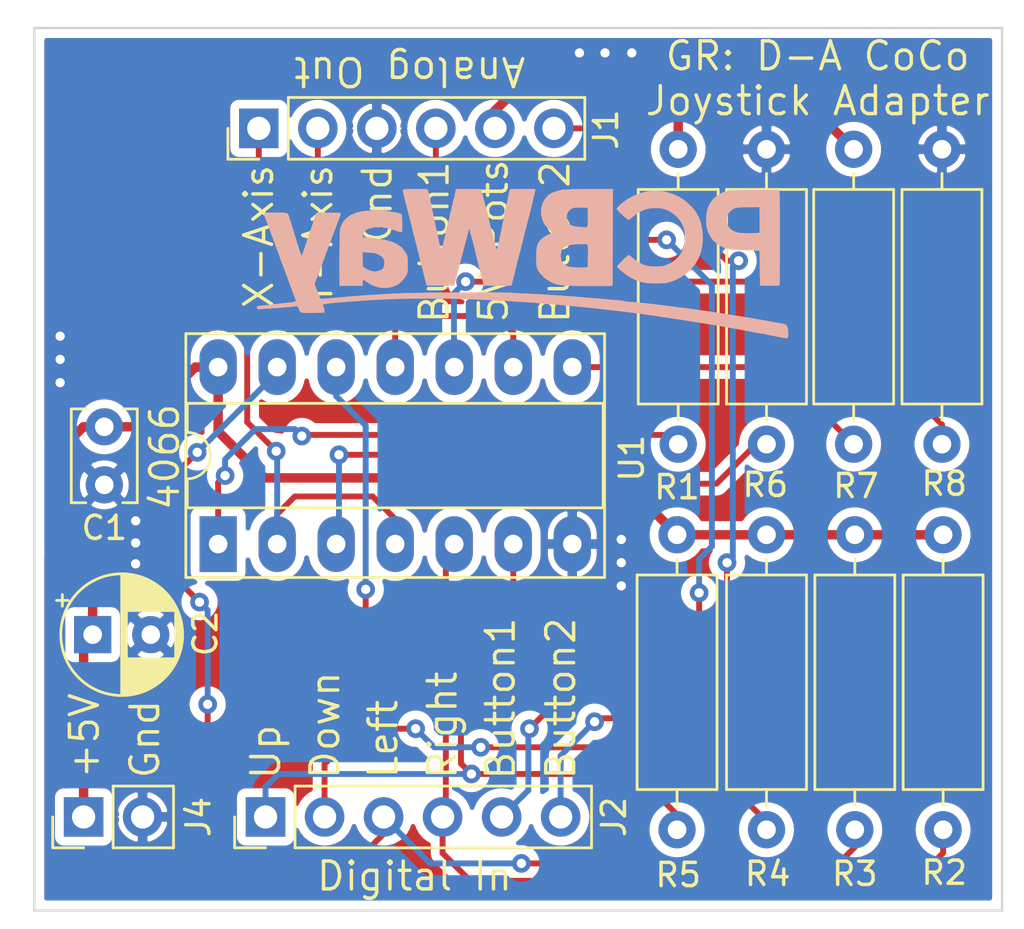
<source format=kicad_pcb>
(kicad_pcb (version 20171130) (host pcbnew "(5.1.2-1)-1")
  (layers (0 F.Cu signal) (31 B.Cu signal) (34 B.Paste user) (35 F.Paste user) (36 B.SilkS user) (37 F.SilkS user) (38 B.Mask user hide) (39 F.Mask user hide) (44 Edge.Cuts user))
  (net 0 "")
  (net 1 GNDREF)
  (net 2 +5V)
  (net 3 "Net-(R6-Pad1)")
  (net 4 "Net-(R8-Pad1)")
  (net 5 /X-Axis)
  (net 6 /Y-Axis)
  (net 7 /Button1)
  (net 8 +5VA)
  (net 9 /Button2)
  (net 10 /Right)
  (net 11 /Left)
  (net 12 /Down)
  (net 13 /Up)
  (net 14 "Net-(R1-Pad2)")
  (net 15 "Net-(R7-Pad2)")
  (module "_Custom_Footprints:pcb way logo" (layer B.Cu) (at 127.361 100.821 180)
    (fp_text reference G*** hide)
    (fp_text value LOGO hide)
  )
  (module Capacitor_THT:C_Disc_D3.8mm_W2.6mm_P2.50mm (layer F.Cu) (at 109.361 109.671 90)
    (fp_text reference C1 (at -1.85 0) (layer F.SilkS))
    (fp_text value 100nF)
    (pad 1 thru_hole circle (at 0 0 90) (size 1.6 1.6) (drill 0.8) (layers *.Cu *.Mask) (net 1 GNDREF))
    (pad 2 thru_hole circle (at 2.5 0 90) (size 1.6 1.6) (drill 0.8) (layers *.Cu *.Mask) (net 2 +5V))
  )
  (module Capacitor_THT:CP_Radial_D5.0mm_P2.50mm (layer F.Cu) (at 108.861 116.121)
    (fp_text reference C2 (at 4.85 -0.05 270) (layer F.SilkS))
    (fp_text value "10uF 16v")
    (pad 1 thru_hole rect (at 0 0) (size 1.6 1.6) (drill 0.8) (layers *.Cu *.Mask) (net 2 +5V))
    (pad 2 thru_hole circle (at 2.5 0) (size 1.6 1.6) (drill 0.8) (layers *.Cu *.Mask) (net 1 GNDREF))
  )
  (module Connector_PinHeader_2.54mm:PinHeader_1x02_P2.54mm_Vertical (layer F.Cu) (at 108.471 123.971 90)
    (fp_text reference J4 (at 0 4.94 270) (layer F.SilkS))
    (fp_text value Conn_01x02)
    (pad 1 thru_hole rect (at 0 0 90) (size 1.7 1.7) (drill 1) (layers *.Cu *.Mask) (net 2 +5V))
    (pad 2 thru_hole oval (at 0 2.54 90) (size 1.7 1.7) (drill 1) (layers *.Cu *.Mask) (net 1 GNDREF))
  )
  (module Connector_PinHeader_2.54mm:PinHeader_1x06_P2.54mm_Vertical (layer F.Cu) (at 116.011 94.321 90)
    (fp_text reference J1 (at -0.05 14.94 90) (layer F.SilkS))
    (fp_text value Conn_01x06)
    (pad 1 thru_hole rect (at 0 0 90) (size 1.7 1.7) (drill 1) (layers *.Cu *.Mask) (net 5 /X-Axis))
    (pad 2 thru_hole oval (at 0 2.54 90) (size 1.7 1.7) (drill 1) (layers *.Cu *.Mask) (net 6 /Y-Axis))
    (pad 3 thru_hole oval (at 0 5.08 90) (size 1.7 1.7) (drill 1) (layers *.Cu *.Mask) (net 1 GNDREF))
    (pad 4 thru_hole oval (at 0 7.62 90) (size 1.7 1.7) (drill 1) (layers *.Cu *.Mask) (net 7 /Button1))
    (pad 5 thru_hole oval (at 0 10.16 90) (size 1.7 1.7) (drill 1) (layers *.Cu *.Mask) (net 8 +5VA))
    (pad 6 thru_hole oval (at 0 12.7 90) (size 1.7 1.7) (drill 1) (layers *.Cu *.Mask) (net 9 /Button2))
  )
  (module Connector_PinHeader_2.54mm:PinHeader_1x06_P2.54mm_Vertical (layer F.Cu) (at 116.301 123.971 90)
    (fp_text reference J2 (at 0 14.99 90) (layer F.SilkS))
    (fp_text value Conn_01x06)
    (pad 6 thru_hole oval (at 0 12.7 90) (size 1.7 1.7) (drill 1) (layers *.Cu *.Mask) (net 9 /Button2))
    (pad 5 thru_hole oval (at 0 10.16 90) (size 1.7 1.7) (drill 1) (layers *.Cu *.Mask) (net 7 /Button1))
    (pad 4 thru_hole oval (at 0 7.62 90) (size 1.7 1.7) (drill 1) (layers *.Cu *.Mask) (net 10 /Right))
    (pad 3 thru_hole oval (at 0 5.08 90) (size 1.7 1.7) (drill 1) (layers *.Cu *.Mask) (net 11 /Left))
    (pad 2 thru_hole oval (at 0 2.54 90) (size 1.7 1.7) (drill 1) (layers *.Cu *.Mask) (net 12 /Down))
    (pad 1 thru_hole rect (at 0 0 90) (size 1.7 1.7) (drill 1) (layers *.Cu *.Mask) (net 13 /Up))
  )
  (module Resistor_THT:R_Axial_DIN0309_L9.0mm_D3.2mm_P12.70mm_Horizontal (layer F.Cu) (at 134.061 95.221 270)
    (fp_text reference R1 (at 14.55 0.05 180) (layer F.SilkS))
    (fp_text value 47K)
    (pad 1 thru_hole circle (at 0 0 270) (size 1.6 1.6) (drill 0.8) (layers *.Cu *.Mask) (net 8 +5VA))
    (pad 2 thru_hole oval (at 12.7 0 270) (size 1.6 1.6) (drill 0.8) (layers *.Cu *.Mask) (net 14 "Net-(R1-Pad2)"))
  )
  (module Resistor_THT:R_Axial_DIN0309_L9.0mm_D3.2mm_P12.70mm_Horizontal (layer F.Cu) (at 145.461 111.821 270)
    (fp_text reference R2 (at 14.55 -0.05 180) (layer F.SilkS))
    (fp_text value 47K)
    (pad 1 thru_hole circle (at 0 0 270) (size 1.6 1.6) (drill 0.8) (layers *.Cu *.Mask) (net 2 +5V))
    (pad 2 thru_hole oval (at 12.7 0 270) (size 1.6 1.6) (drill 0.8) (layers *.Cu *.Mask) (net 10 /Right))
  )
  (module Resistor_THT:R_Axial_DIN0309_L9.0mm_D3.2mm_P12.70mm_Horizontal (layer F.Cu) (at 141.661 111.821 270)
    (fp_text reference R3 (at 14.6 0 180) (layer F.SilkS))
    (fp_text value 47K)
    (pad 2 thru_hole oval (at 12.7 0 270) (size 1.6 1.6) (drill 0.8) (layers *.Cu *.Mask) (net 11 /Left))
    (pad 1 thru_hole circle (at 0 0 270) (size 1.6 1.6) (drill 0.8) (layers *.Cu *.Mask) (net 2 +5V))
  )
  (module Resistor_THT:R_Axial_DIN0309_L9.0mm_D3.2mm_P12.70mm_Horizontal (layer F.Cu) (at 137.861 111.821 270)
    (fp_text reference R4 (at 14.6 -0.05 180) (layer F.SilkS))
    (fp_text value 47K)
    (pad 1 thru_hole circle (at 0 0 270) (size 1.6 1.6) (drill 0.8) (layers *.Cu *.Mask) (net 2 +5V))
    (pad 2 thru_hole oval (at 12.7 0 270) (size 1.6 1.6) (drill 0.8) (layers *.Cu *.Mask) (net 12 /Down))
  )
  (module Resistor_THT:R_Axial_DIN0309_L9.0mm_D3.2mm_P12.70mm_Horizontal (layer F.Cu) (at 134.011 111.821 270)
    (fp_text reference R5 (at 14.65 -0.05 180) (layer F.SilkS))
    (fp_text value 47K)
    (pad 2 thru_hole oval (at 12.7 0 270) (size 1.6 1.6) (drill 0.8) (layers *.Cu *.Mask) (net 13 /Up))
    (pad 1 thru_hole circle (at 0 0 270) (size 1.6 1.6) (drill 0.8) (layers *.Cu *.Mask) (net 2 +5V))
  )
  (module Resistor_THT:R_Axial_DIN0309_L9.0mm_D3.2mm_P12.70mm_Horizontal (layer F.Cu) (at 137.861 107.921 90)
    (fp_text reference R6 (at -1.75 -0.05 180) (layer F.SilkS))
    (fp_text value 47K)
    (pad 2 thru_hole oval (at 12.7 0 90) (size 1.6 1.6) (drill 0.8) (layers *.Cu *.Mask) (net 1 GNDREF))
    (pad 1 thru_hole circle (at 0 0 90) (size 1.6 1.6) (drill 0.8) (layers *.Cu *.Mask) (net 3 "Net-(R6-Pad1)"))
  )
  (module Resistor_THT:R_Axial_DIN0309_L9.0mm_D3.2mm_P12.70mm_Horizontal (layer F.Cu) (at 141.611 95.221 270)
    (fp_text reference R7 (at 14.5 -0.1 180) (layer F.SilkS))
    (fp_text value 47K)
    (pad 2 thru_hole oval (at 12.7 0 270) (size 1.6 1.6) (drill 0.8) (layers *.Cu *.Mask) (net 15 "Net-(R7-Pad2)"))
    (pad 1 thru_hole circle (at 0 0 270) (size 1.6 1.6) (drill 0.8) (layers *.Cu *.Mask) (net 8 +5VA))
  )
  (module Resistor_THT:R_Axial_DIN0309_L9.0mm_D3.2mm_P12.70mm_Horizontal (layer F.Cu) (at 145.411 107.921 90)
    (fp_text reference R8 (at -1.7 0.1 180) (layer F.SilkS))
    (fp_text value 47K)
    (pad 1 thru_hole circle (at 0 0 90) (size 1.6 1.6) (drill 0.8) (layers *.Cu *.Mask) (net 4 "Net-(R8-Pad1)"))
    (pad 2 thru_hole oval (at 12.7 0 90) (size 1.6 1.6) (drill 0.8) (layers *.Cu *.Mask) (net 1 GNDREF))
  )
  (module Package_DIP:DIP-14_W7.62mm_Socket_LongPads (layer F.Cu) (at 114.261 112.221 90)
    (fp_text reference U1 (at 3.7 17.8 90) (layer F.SilkS))
    (fp_text value CD4066BE)
    (pad 1 thru_hole rect (at 0 0 90) (size 2.4 1.6) (drill 0.8) (layers *.Cu *.Mask) (net 14 "Net-(R1-Pad2)"))
    (pad 8 thru_hole oval (at 7.62 15.24 90) (size 2.4 1.6) (drill 0.8) (layers *.Cu *.Mask) (net 15 "Net-(R7-Pad2)"))
    (pad 2 thru_hole oval (at 0 2.54 90) (size 2.4 1.6) (drill 0.8) (layers *.Cu *.Mask) (net 5 /X-Axis))
    (pad 9 thru_hole oval (at 7.62 12.7 90) (size 2.4 1.6) (drill 0.8) (layers *.Cu *.Mask) (net 6 /Y-Axis))
    (pad 3 thru_hole oval (at 0 5.08 90) (size 2.4 1.6) (drill 0.8) (layers *.Cu *.Mask) (net 3 "Net-(R6-Pad1)"))
    (pad 10 thru_hole oval (at 7.62 10.16 90) (size 2.4 1.6) (drill 0.8) (layers *.Cu *.Mask) (net 4 "Net-(R8-Pad1)"))
    (pad 4 thru_hole oval (at 0 7.62 90) (size 2.4 1.6) (drill 0.8) (layers *.Cu *.Mask) (net 5 /X-Axis))
    (pad 11 thru_hole oval (at 7.62 7.62 90) (size 2.4 1.6) (drill 0.8) (layers *.Cu *.Mask) (net 6 /Y-Axis))
    (pad 5 thru_hole oval (at 0 10.16 90) (size 2.4 1.6) (drill 0.8) (layers *.Cu *.Mask) (net 10 /Right))
    (pad 12 thru_hole oval (at 7.62 5.08 90) (size 2.4 1.6) (drill 0.8) (layers *.Cu *.Mask) (net 12 /Down))
    (pad 6 thru_hole oval (at 0 12.7 90) (size 2.4 1.6) (drill 0.8) (layers *.Cu *.Mask) (net 13 /Up))
    (pad 13 thru_hole oval (at 7.62 2.54 90) (size 2.4 1.6) (drill 0.8) (layers *.Cu *.Mask) (net 11 /Left))
    (pad 7 thru_hole oval (at 0 15.24 90) (size 2.4 1.6) (drill 0.8) (layers *.Cu *.Mask) (net 1 GNDREF))
    (pad 14 thru_hole oval (at 7.62 0 90) (size 2.4 1.6) (drill 0.8) (layers *.Cu *.Mask) (net 2 +5V))
  )
  (gr_text "GR: D-A CoCo\nJoystick Adapter" (at 140.061 92.171) (layer F.SilkS) (effects (font (size 1.2 1.2))))
  (gr_text "5V Pots" (at 126.111 99.171 90) (layer F.SilkS) (effects (font (size 1.2 1.2))))
  (gr_text Button2 (at 128.761 99.221 90) (layer F.SilkS) (effects (font (size 1.2 1.2))))
  (gr_text Button1 (at 123.561 99.221 90) (layer F.SilkS) (effects (font (size 1.2 1.2))))
  (gr_text Gnd (at 121.111 97.571 90) (layer F.SilkS) (effects (font (size 1.2 1.2))))
  (gr_text Y-Axis (at 118.561 98.921 90) (layer F.SilkS) (effects (font (size 1.2 1.2))))
  (gr_text "Analog Out" (at 122.511 91.871 180) (layer F.SilkS) (effects (font (size 1.2 1.2))))
  (gr_text X-Axis (at 116.011 98.971 90) (layer F.SilkS) (effects (font (size 1.2 1.2))))
  (gr_text "Digital In" (at 122.711 126.521) (layer F.SilkS) (effects (font (size 1.2 1.2))))
  (gr_text "Button2\n" (at 129.011 118.871 90) (layer F.SilkS) (effects (font (size 1.2 1.2))))
  (gr_text "Button1\n" (at 126.411 118.871 90) (layer F.SilkS) (effects (font (size 1.2 1.2))))
  (gr_text 4066 (at 111.961 108.471 90) (layer F.SilkS) (effects (font (size 1.2 1.2))))
  (gr_text Gnd (at 111.111 120.621 90) (layer F.SilkS) (effects (font (size 1.2 1.2))))
  (gr_text +5V (at 108.511 120.471 90) (layer F.SilkS) (effects (font (size 1.2 1.2))))
  (gr_text Up (at 116.311 121.171 90) (layer F.SilkS) (effects (font (size 1.2 1.2))))
  (gr_text Down (at 118.861 120.021 90) (layer F.SilkS) (effects (font (size 1.2 1.2))))
  (gr_text Left (at 121.361 120.621 90) (layer F.SilkS) (effects (font (size 1.2 1.2))))
  (gr_text Right (at 123.911 120.021 90) (layer F.SilkS) (effects (font (size 1.2 1.2))))
  (gr_line (start 106.35 128) (end 148 128) (layer Edge.Cuts) (width 0.1))
  (gr_line (start 106.35 90) (end 106.35 128) (layer Edge.Cuts) (width 0.1))
  (gr_line (start 148 90) (end 106.35 90) (layer Edge.Cuts) (width 0.1))
  (gr_line (start 148 128) (end 148 90) (layer Edge.Cuts) (width 0.1))
  (via (at 129.811 91.071) (size 0.8) (drill 0.4) (layers F.Cu B.Cu) (net 1))
  (via (at 130.911 91.071) (size 0.8) (drill 0.4) (layers F.Cu B.Cu) (net 1))
  (via (at 132.061 91.071) (size 0.8) (drill 0.4) (layers F.Cu B.Cu) (net 1))
  (via (at 131.611 112.021) (size 0.8) (drill 0.4) (layers F.Cu B.Cu) (net 1))
  (via (at 131.611 113.021) (size 0.8) (drill 0.4) (layers F.Cu B.Cu) (net 1))
  (via (at 131.611 114.021) (size 0.8) (drill 0.4) (layers F.Cu B.Cu) (net 1))
  (via (at 110.711 111.221) (size 0.8) (drill 0.4) (layers F.Cu B.Cu) (net 1))
  (via (at 110.711 112.171) (size 0.8) (drill 0.4) (layers F.Cu B.Cu) (net 1))
  (via (at 110.711 113.071) (size 0.8) (drill 0.4) (layers F.Cu B.Cu) (net 1))
  (via (at 107.461 105.271) (size 0.8) (drill 0.4) (layers F.Cu B.Cu) (net 1))
  (via (at 107.461 104.271) (size 0.8) (drill 0.4) (layers F.Cu B.Cu) (net 1))
  (via (at 107.461 103.271) (size 0.8) (drill 0.4) (layers F.Cu B.Cu) (net 1))
  (segment (start 108.471 116.511) (end 108.861 116.121) (width 0.4064) (layer F.Cu) (net 2))
  (segment (start 108.471 123.971) (end 108.471 116.511) (width 0.4064) (layer F.Cu) (net 2))
  (segment (start 108.861 116.121) (end 108.861 113.821) (width 0.4064) (layer F.Cu) (net 2))
  (segment (start 108.861 113.821) (end 107.311 112.271) (width 0.4064) (layer F.Cu) (net 2))
  (segment (start 107.311 112.271) (end 107.311 108.321) (width 0.4064) (layer F.Cu) (net 2))
  (segment (start 108.461 107.171) (end 109.361 107.171) (width 0.4064) (layer F.Cu) (net 2))
  (segment (start 107.311 108.321) (end 108.461 107.171) (width 0.4064) (layer F.Cu) (net 2))
  (segment (start 145.461 111.821) (end 141.661 111.821) (width 0.4064) (layer F.Cu) (net 2))
  (segment (start 141.661 111.821) (end 137.861 111.821) (width 0.4064) (layer F.Cu) (net 2))
  (segment (start 137.861 111.821) (end 134.011 111.821) (width 0.4064) (layer F.Cu) (net 2))
  (segment (start 114.261 104.601) (end 114.261 107.371) (width 0.4064) (layer F.Cu) (net 2))
  (segment (start 114.261 107.371) (end 116.261 109.371) (width 0.4064) (layer F.Cu) (net 2))
  (segment (start 131.561 109.371) (end 134.011 111.821) (width 0.4064) (layer F.Cu) (net 2))
  (segment (start 116.261 109.371) (end 131.561 109.371) (width 0.4064) (layer F.Cu) (net 2))
  (segment (start 113.281 104.601) (end 114.261 104.601) (width 0.4064) (layer F.Cu) (net 2))
  (segment (start 110.711 107.171) (end 113.281 104.601) (width 0.4064) (layer F.Cu) (net 2))
  (segment (start 109.361 107.171) (end 110.711 107.171) (width 0.4064) (layer F.Cu) (net 2))
  (segment (start 137.861 107.921) (end 137.411 107.921) (width 0.254) (layer F.Cu) (net 3))
  (segment (start 137.411 107.921) (end 135.711 109.621) (width 0.254) (layer F.Cu) (net 3))
  (segment (start 135.711 109.621) (end 133.411 109.621) (width 0.254) (layer F.Cu) (net 3))
  (segment (start 132.16501 108.37501) (end 119.461 108.37501) (width 0.254) (layer F.Cu) (net 3))
  (via (at 119.461 108.37501) (size 0.8) (drill 0.4) (layers F.Cu B.Cu) (net 3))
  (segment (start 133.411 109.621) (end 132.16501 108.37501) (width 0.254) (layer F.Cu) (net 3))
  (segment (start 119.461 112.101) (end 119.341 112.221) (width 0.254) (layer B.Cu) (net 3))
  (segment (start 119.461 108.37501) (end 119.461 112.101) (width 0.254) (layer B.Cu) (net 3))
  (segment (start 145.411 107.921) (end 145.411 107.071) (width 0.254) (layer F.Cu) (net 4))
  (via (at 124.911 100.921) (size 0.8) (drill 0.4) (layers F.Cu B.Cu) (net 4))
  (segment (start 139.261 100.921) (end 124.911 100.921) (width 0.254) (layer F.Cu) (net 4))
  (segment (start 145.411 107.071) (end 139.261 100.921) (width 0.254) (layer F.Cu) (net 4))
  (segment (start 124.411 104.591) (end 124.421 104.601) (width 0.254) (layer B.Cu) (net 4))
  (segment (start 124.411 101.421) (end 124.411 104.591) (width 0.254) (layer B.Cu) (net 4))
  (segment (start 124.911 100.921) (end 124.411 101.421) (width 0.254) (layer B.Cu) (net 4))
  (segment (start 116.011 94.321) (end 116.011 102.821) (width 0.254) (layer F.Cu) (net 5))
  (segment (start 116.011 102.821) (end 115.511 103.321) (width 0.254) (layer F.Cu) (net 5))
  (segment (start 115.511 103.321) (end 115.511 106.971) (width 0.254) (layer F.Cu) (net 5))
  (via (at 116.761 108.221) (size 0.8) (drill 0.4) (layers F.Cu B.Cu) (net 5))
  (segment (start 115.511 106.971) (end 116.761 108.221) (width 0.254) (layer F.Cu) (net 5))
  (segment (start 116.801 108.261) (end 116.801 112.221) (width 0.254) (layer B.Cu) (net 5))
  (segment (start 116.761 108.221) (end 116.801 108.261) (width 0.254) (layer B.Cu) (net 5))
  (segment (start 116.801 112.221) (end 116.801 110.931) (width 0.254) (layer F.Cu) (net 5))
  (segment (start 116.801 110.931) (end 117.561 110.171) (width 0.254) (layer F.Cu) (net 5))
  (segment (start 117.561 110.171) (end 120.911 110.171) (width 0.254) (layer F.Cu) (net 5))
  (segment (start 121.881 111.141) (end 121.881 112.221) (width 0.254) (layer F.Cu) (net 5))
  (segment (start 120.911 110.171) (end 121.881 111.141) (width 0.254) (layer F.Cu) (net 5))
  (segment (start 118.551 94.321) (end 118.551 98.261) (width 0.254) (layer F.Cu) (net 6))
  (segment (start 118.551 98.261) (end 121.881 101.591) (width 0.254) (layer F.Cu) (net 6))
  (segment (start 126.961 104.601) (end 126.961 103.121) (width 0.254) (layer F.Cu) (net 6))
  (segment (start 126.961 103.121) (end 126.241 102.401) (width 0.254) (layer F.Cu) (net 6))
  (segment (start 121.881 102.401) (end 121.881 104.601) (width 0.254) (layer F.Cu) (net 6))
  (segment (start 126.241 102.401) (end 121.881 102.401) (width 0.254) (layer F.Cu) (net 6))
  (segment (start 121.881 101.591) (end 121.881 102.401) (width 0.254) (layer F.Cu) (net 6))
  (via (at 127.661 120.171) (size 0.8) (drill 0.4) (layers F.Cu B.Cu) (net 7))
  (segment (start 127.661 120.171) (end 129.161 118.671) (width 0.254) (layer F.Cu) (net 7))
  (segment (start 129.161 118.671) (end 132.161 118.671) (width 0.254) (layer F.Cu) (net 7))
  (via (at 134.961 114.321) (size 0.8) (drill 0.4) (layers F.Cu B.Cu) (net 7))
  (segment (start 134.961 115.871) (end 134.961 114.321) (width 0.254) (layer F.Cu) (net 7))
  (segment (start 132.161 118.671) (end 134.961 115.871) (width 0.254) (layer F.Cu) (net 7))
  (segment (start 127.611 120.221) (end 127.661 120.171) (width 0.254) (layer B.Cu) (net 7))
  (segment (start 127.611 122.821) (end 127.611 120.221) (width 0.254) (layer B.Cu) (net 7))
  (segment (start 126.461 123.971) (end 127.611 122.821) (width 0.254) (layer B.Cu) (net 7))
  (segment (start 135.511 112.321) (end 135.511 106.671) (width 0.254) (layer B.Cu) (net 7))
  (segment (start 134.961 112.871) (end 135.511 112.321) (width 0.254) (layer B.Cu) (net 7))
  (segment (start 134.961 114.321) (end 134.961 112.871) (width 0.254) (layer B.Cu) (net 7))
  (via (at 133.561 99.121) (size 0.8) (drill 0.4) (layers F.Cu B.Cu) (net 7))
  (segment (start 135.511 101.071) (end 133.561 99.121) (width 0.254) (layer B.Cu) (net 7))
  (segment (start 135.511 106.671) (end 135.511 101.071) (width 0.254) (layer B.Cu) (net 7))
  (segment (start 133.561 99.121) (end 126.461 99.121) (width 0.254) (layer F.Cu) (net 7))
  (segment (start 123.631 96.291) (end 123.631 94.321) (width 0.254) (layer F.Cu) (net 7))
  (segment (start 126.461 99.121) (end 123.631 96.291) (width 0.254) (layer F.Cu) (net 7))
  (segment (start 126.171 94.321) (end 126.171 93.561) (width 0.4064) (layer F.Cu) (net 8))
  (segment (start 126.171 93.561) (end 127.461 92.271) (width 0.4064) (layer F.Cu) (net 8))
  (segment (start 138.661 92.271) (end 141.611 95.221) (width 0.4064) (layer F.Cu) (net 8))
  (segment (start 134.061 95.221) (end 134.061 92.371) (width 0.4064) (layer F.Cu) (net 8))
  (segment (start 134.161 92.271) (end 138.661 92.271) (width 0.4064) (layer F.Cu) (net 8))
  (segment (start 134.061 92.371) (end 134.161 92.271) (width 0.4064) (layer F.Cu) (net 8))
  (segment (start 127.461 92.271) (end 134.161 92.271) (width 0.4064) (layer F.Cu) (net 8))
  (via (at 130.461 119.871) (size 0.8) (drill 0.4) (layers F.Cu B.Cu) (net 9))
  (segment (start 129.001 121.331) (end 130.461 119.871) (width 0.254) (layer B.Cu) (net 9))
  (segment (start 129.001 123.971) (end 129.001 121.331) (width 0.254) (layer B.Cu) (net 9))
  (segment (start 130.461 119.871) (end 130.611 119.721) (width 0.254) (layer F.Cu) (net 9))
  (segment (start 130.611 119.721) (end 132.411 119.721) (width 0.254) (layer F.Cu) (net 9))
  (via (at 136.161 113.021) (size 0.8) (drill 0.4) (layers F.Cu B.Cu) (net 9))
  (segment (start 136.161 115.971) (end 136.161 113.021) (width 0.254) (layer F.Cu) (net 9))
  (segment (start 132.411 119.721) (end 136.161 115.971) (width 0.254) (layer F.Cu) (net 9))
  (via (at 136.661 100.021) (size 0.8) (drill 0.4) (layers F.Cu B.Cu) (net 9))
  (segment (start 136.411 100.271) (end 136.661 100.021) (width 0.254) (layer B.Cu) (net 9))
  (segment (start 136.411 112.771) (end 136.411 100.271) (width 0.254) (layer B.Cu) (net 9))
  (segment (start 136.161 113.021) (end 136.411 112.771) (width 0.254) (layer B.Cu) (net 9))
  (segment (start 136.161 100.021) (end 130.461 94.321) (width 0.254) (layer F.Cu) (net 9))
  (segment (start 130.461 94.321) (end 128.711 94.321) (width 0.254) (layer F.Cu) (net 9))
  (segment (start 136.661 100.021) (end 136.161 100.021) (width 0.254) (layer F.Cu) (net 9))
  (segment (start 145.461 124.521) (end 145.461 125.521) (width 0.254) (layer F.Cu) (net 10))
  (segment (start 145.461 125.521) (end 144.261 126.721) (width 0.254) (layer F.Cu) (net 10))
  (segment (start 144.261 126.721) (end 125.111 126.721) (width 0.254) (layer F.Cu) (net 10))
  (segment (start 123.921 125.531) (end 123.921 123.971) (width 0.254) (layer F.Cu) (net 10))
  (segment (start 125.111 126.721) (end 123.921 125.531) (width 0.254) (layer F.Cu) (net 10))
  (segment (start 124.061 123.831) (end 123.921 123.971) (width 0.254) (layer F.Cu) (net 10))
  (segment (start 124.061 112.581) (end 124.061 123.831) (width 0.254) (layer F.Cu) (net 10))
  (segment (start 124.421 112.221) (end 124.061 112.581) (width 0.254) (layer F.Cu) (net 10))
  (segment (start 141.661 124.521) (end 141.661 125.271) (width 0.254) (layer F.Cu) (net 11))
  (via (at 127.311 125.971) (size 0.8) (drill 0.4) (layers F.Cu B.Cu) (net 11))
  (segment (start 140.961 125.971) (end 127.311 125.971) (width 0.254) (layer F.Cu) (net 11))
  (segment (start 141.661 125.271) (end 140.961 125.971) (width 0.254) (layer F.Cu) (net 11))
  (segment (start 123.381 125.971) (end 121.381 123.971) (width 0.254) (layer B.Cu) (net 11))
  (segment (start 127.311 125.971) (end 123.381 125.971) (width 0.254) (layer B.Cu) (net 11))
  (via (at 113.361 108.271) (size 0.8) (drill 0.4) (layers F.Cu B.Cu) (net 11))
  (segment (start 116.801 104.831) (end 113.361 108.271) (width 0.254) (layer B.Cu) (net 11))
  (segment (start 116.801 104.601) (end 116.801 104.831) (width 0.254) (layer B.Cu) (net 11))
  (segment (start 113.361 108.271) (end 111.811 109.821) (width 0.254) (layer F.Cu) (net 11))
  (segment (start 111.811 109.821) (end 111.811 113.071) (width 0.254) (layer F.Cu) (net 11))
  (segment (start 111.811 113.071) (end 113.461 114.721) (width 0.254) (layer F.Cu) (net 11))
  (via (at 113.461 114.721) (size 0.8) (drill 0.4) (layers F.Cu B.Cu) (net 11))
  (segment (start 113.811 115.071) (end 113.461 114.721) (width 0.254) (layer B.Cu) (net 11))
  (segment (start 113.811 119.121) (end 113.811 115.071) (width 0.254) (layer B.Cu) (net 11))
  (segment (start 121.381 124.701) (end 121.381 123.971) (width 0.254) (layer F.Cu) (net 11))
  (segment (start 119.861 126.221) (end 121.381 124.701) (width 0.254) (layer F.Cu) (net 11))
  (segment (start 114.661 126.221) (end 119.861 126.221) (width 0.254) (layer F.Cu) (net 11))
  (segment (start 113.811 125.371) (end 114.661 126.221) (width 0.254) (layer F.Cu) (net 11))
  (segment (start 113.811 119.121) (end 113.811 125.371) (width 0.254) (layer F.Cu) (net 11))
  (via (at 113.811 119.121) (size 0.8) (drill 0.4) (layers F.Cu B.Cu) (net 11))
  (segment (start 137.861 124.521) (end 137.861 124.171) (width 0.254) (layer F.Cu) (net 12))
  (via (at 125.561 120.971) (size 0.8) (drill 0.4) (layers F.Cu B.Cu) (net 12))
  (segment (start 134.661 120.971) (end 125.561 120.971) (width 0.254) (layer F.Cu) (net 12))
  (segment (start 137.861 124.171) (end 134.661 120.971) (width 0.254) (layer F.Cu) (net 12))
  (via (at 122.761 120.171) (size 0.8) (drill 0.4) (layers F.Cu B.Cu) (net 12))
  (segment (start 123.561 120.971) (end 122.761 120.171) (width 0.254) (layer B.Cu) (net 12))
  (segment (start 125.561 120.971) (end 123.561 120.971) (width 0.254) (layer B.Cu) (net 12))
  (segment (start 118.841 121.691) (end 118.841 123.971) (width 0.254) (layer F.Cu) (net 12))
  (segment (start 120.361 120.171) (end 118.841 121.691) (width 0.254) (layer F.Cu) (net 12))
  (segment (start 119.341 104.601) (end 119.341 105.851) (width 0.254) (layer B.Cu) (net 12))
  (via (at 120.611 114.171) (size 0.8) (drill 0.4) (layers F.Cu B.Cu) (net 12))
  (segment (start 120.611 107.121) (end 120.611 114.171) (width 0.254) (layer B.Cu) (net 12))
  (segment (start 119.341 105.851) (end 120.611 107.121) (width 0.254) (layer B.Cu) (net 12))
  (segment (start 120.611 114.171) (end 120.611 120.021) (width 0.254) (layer F.Cu) (net 12))
  (segment (start 120.611 120.021) (end 120.461 120.171) (width 0.254) (layer F.Cu) (net 12))
  (segment (start 120.461 120.171) (end 120.361 120.171) (width 0.254) (layer F.Cu) (net 12))
  (segment (start 122.761 120.171) (end 120.461 120.171) (width 0.254) (layer F.Cu) (net 12))
  (segment (start 134.011 124.521) (end 134.011 123.871) (width 0.254) (layer F.Cu) (net 13))
  (via (at 125.161 122.121) (size 0.8) (drill 0.4) (layers F.Cu B.Cu) (net 13))
  (segment (start 132.261 122.121) (end 125.161 122.121) (width 0.254) (layer F.Cu) (net 13))
  (segment (start 134.011 123.871) (end 132.261 122.121) (width 0.254) (layer F.Cu) (net 13))
  (segment (start 125.161 122.121) (end 116.861 122.121) (width 0.254) (layer B.Cu) (net 13))
  (segment (start 116.301 122.681) (end 116.301 123.971) (width 0.254) (layer B.Cu) (net 13))
  (segment (start 116.861 122.121) (end 116.301 122.681) (width 0.254) (layer B.Cu) (net 13))
  (segment (start 126.961 112.221) (end 126.961 117.221) (width 0.254) (layer F.Cu) (net 13))
  (segment (start 126.961 117.221) (end 124.711 119.471) (width 0.254) (layer F.Cu) (net 13))
  (segment (start 124.711 121.671) (end 125.161 122.121) (width 0.254) (layer F.Cu) (net 13))
  (segment (start 124.711 119.471) (end 124.711 121.671) (width 0.254) (layer F.Cu) (net 13))
  (via (at 114.561 109.271) (size 0.8) (drill 0.4) (layers F.Cu B.Cu) (net 14))
  (segment (start 114.261 109.571) (end 114.561 109.271) (width 0.254) (layer F.Cu) (net 14))
  (segment (start 114.261 112.221) (end 114.261 109.571) (width 0.254) (layer F.Cu) (net 14))
  (segment (start 114.561 109.271) (end 114.561 108.571) (width 0.254) (layer B.Cu) (net 14))
  (segment (start 114.561 108.571) (end 115.861 107.271) (width 0.254) (layer B.Cu) (net 14))
  (segment (start 117.561 107.271) (end 117.861 107.571) (width 0.254) (layer B.Cu) (net 14))
  (via (at 117.861 107.571) (size 0.8) (drill 0.4) (layers F.Cu B.Cu) (net 14))
  (segment (start 115.861 107.271) (end 117.561 107.271) (width 0.254) (layer B.Cu) (net 14))
  (segment (start 133.661 107.521) (end 134.061 107.921) (width 0.254) (layer F.Cu) (net 14))
  (segment (start 117.911 107.521) (end 133.661 107.521) (width 0.254) (layer F.Cu) (net 14))
  (segment (start 117.861 107.571) (end 117.911 107.521) (width 0.254) (layer F.Cu) (net 14))
  (segment (start 138.291 104.601) (end 141.611 107.921) (width 0.254) (layer F.Cu) (net 15))
  (segment (start 129.501 104.601) (end 138.291 104.601) (width 0.254) (layer F.Cu) (net 15))
  (zone (net 1) (net_name GNDREF) (layer F.Cu) (connect_pads (clearance 0.381)) (min_thickness 0.2032) (fill yes (arc_segments 32) (thermal_gap 0.254) (thermal_bridge_width 0.4064))
    (polygon (pts (xy 104.87314 88.793494) (xy 148.748861 88.948507) (xy 148.959975 128.764277) (xy 105.096954 128.494964)))
  )
  (zone (net 1) (net_name GNDREF) (layer B.Cu) (connect_pads (clearance 0.381)) (min_thickness 0.2032) (fill yes (arc_segments 32) (thermal_gap 0.254) (thermal_bridge_width 0.4064))
    (polygon (pts (xy 105.442155 88.832465) (xy 148.93661 89.221985) (xy 148.885391 128.820016) (xy 105.332516 128.560036)))
  )
)
</source>
